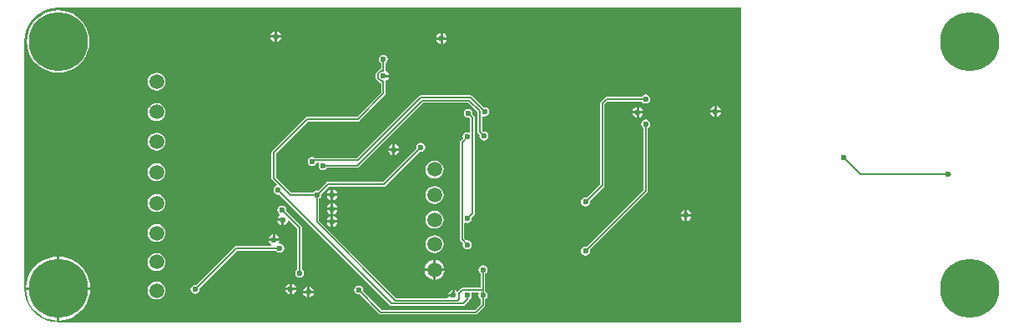
<source format=gbl>
G04*
G04 #@! TF.GenerationSoftware,Altium Limited,Altium Designer,19.0.14 (431)*
G04*
G04 Layer_Physical_Order=2*
G04 Layer_Color=16711680*
%FSLAX25Y25*%
%MOIN*%
G70*
G01*
G75*
%ADD15C,0.00600*%
%ADD52C,0.05906*%
%ADD53C,0.02362*%
%ADD54C,0.23622*%
G36*
X53937Y166214D02*
X326772Y166214D01*
Y40479D01*
X54436Y40479D01*
X53937Y40479D01*
X53448Y40505D01*
X51830Y40632D01*
X49774Y41125D01*
X47821Y41934D01*
X46019Y43039D01*
X44412Y44412D01*
X43039Y46019D01*
X41934Y47821D01*
X41125Y49774D01*
X40632Y51830D01*
X40470Y53891D01*
X40479Y53937D01*
Y152756D01*
X40470Y152802D01*
X40632Y154863D01*
X41125Y156919D01*
X41934Y158872D01*
X43039Y160674D01*
X44412Y162281D01*
X46019Y163654D01*
X47821Y164759D01*
X49774Y165568D01*
X51830Y166061D01*
X53891Y166223D01*
X53937Y166214D01*
D02*
G37*
%LPC*%
G36*
X141445Y156849D02*
Y155224D01*
X143069D01*
X142999Y155575D01*
X142517Y156297D01*
X141796Y156779D01*
X141445Y156849D01*
D02*
G37*
G36*
X140445D02*
X140094Y156779D01*
X139372Y156297D01*
X138890Y155575D01*
X138821Y155224D01*
X140445D01*
Y156849D01*
D02*
G37*
G36*
X207587Y156061D02*
Y154437D01*
X209211D01*
X209141Y154788D01*
X208659Y155509D01*
X207938Y155992D01*
X207587Y156061D01*
D02*
G37*
G36*
X206587D02*
X206236Y155992D01*
X205514Y155509D01*
X205032Y154788D01*
X204962Y154437D01*
X206587D01*
Y156061D01*
D02*
G37*
G36*
X143069Y154224D02*
X141445D01*
Y152600D01*
X141796Y152670D01*
X142517Y153152D01*
X142999Y153873D01*
X143069Y154224D01*
D02*
G37*
G36*
X140445D02*
X138821D01*
X138890Y153873D01*
X139372Y153152D01*
X140094Y152670D01*
X140445Y152600D01*
Y154224D01*
D02*
G37*
G36*
X209211Y153437D02*
X207587D01*
Y151813D01*
X207938Y151883D01*
X208659Y152365D01*
X209141Y153086D01*
X209211Y153437D01*
D02*
G37*
G36*
X206587D02*
X204962D01*
X205032Y153086D01*
X205514Y152365D01*
X206236Y151883D01*
X206587Y151813D01*
Y153437D01*
D02*
G37*
G36*
X53937Y165205D02*
X51990Y165052D01*
X50090Y164596D01*
X48285Y163848D01*
X46619Y162828D01*
X45134Y161559D01*
X43865Y160073D01*
X42845Y158408D01*
X42097Y156603D01*
X41641Y154703D01*
X41488Y152756D01*
X41641Y150808D01*
X42097Y148909D01*
X42845Y147104D01*
X43865Y145438D01*
X45134Y143953D01*
X46619Y142684D01*
X48285Y141663D01*
X50090Y140916D01*
X51990Y140460D01*
X53937Y140306D01*
X55884Y140460D01*
X57784Y140916D01*
X59589Y141663D01*
X61255Y142684D01*
X62740Y143953D01*
X64009Y145438D01*
X65030Y147104D01*
X65777Y148909D01*
X66233Y150808D01*
X66386Y152756D01*
X66233Y154703D01*
X65777Y156603D01*
X65030Y158408D01*
X64009Y160073D01*
X62740Y161559D01*
X61255Y162828D01*
X59589Y163848D01*
X57784Y164596D01*
X55884Y165052D01*
X53937Y165205D01*
D02*
G37*
G36*
X93307Y140241D02*
X92380Y140119D01*
X91515Y139761D01*
X90773Y139191D01*
X90204Y138449D01*
X89846Y137585D01*
X89724Y136658D01*
X89846Y135730D01*
X90204Y134866D01*
X90773Y134124D01*
X91515Y133554D01*
X92380Y133196D01*
X93307Y133074D01*
X94235Y133196D01*
X95099Y133554D01*
X95841Y134124D01*
X96410Y134866D01*
X96768Y135730D01*
X96890Y136658D01*
X96768Y137585D01*
X96410Y138449D01*
X95841Y139191D01*
X95099Y139761D01*
X94235Y140119D01*
X93307Y140241D01*
D02*
G37*
G36*
X288583Y131540D02*
X287888Y131402D01*
X287299Y131009D01*
X287054Y130642D01*
X273031D01*
X272680Y130572D01*
X272383Y130373D01*
X270611Y128602D01*
X270412Y128304D01*
X270342Y127953D01*
Y95656D01*
X264999Y90313D01*
X264567Y90399D01*
X263872Y90260D01*
X263283Y89867D01*
X262889Y89278D01*
X262751Y88583D01*
X262889Y87888D01*
X263283Y87299D01*
X263872Y86905D01*
X264567Y86767D01*
X265262Y86905D01*
X265851Y87299D01*
X266245Y87888D01*
X266383Y88583D01*
X266297Y89015D01*
X271909Y94627D01*
X272108Y94924D01*
X272178Y95276D01*
Y127573D01*
X273412Y128807D01*
X287054D01*
X287299Y128440D01*
X287888Y128047D01*
X288583Y127908D01*
X289278Y128047D01*
X289867Y128440D01*
X290260Y129030D01*
X290399Y129724D01*
X290260Y130419D01*
X289867Y131009D01*
X289278Y131402D01*
X288583Y131540D01*
D02*
G37*
G36*
X317035Y126927D02*
Y125303D01*
X318660D01*
X318590Y125654D01*
X318108Y126376D01*
X317387Y126858D01*
X317035Y126927D01*
D02*
G37*
G36*
X316035D02*
X315684Y126858D01*
X314963Y126376D01*
X314481Y125654D01*
X314411Y125303D01*
X316035D01*
Y126927D01*
D02*
G37*
G36*
X285933Y126534D02*
Y124909D01*
X287557D01*
X287488Y125260D01*
X287006Y125982D01*
X286284Y126464D01*
X285933Y126534D01*
D02*
G37*
G36*
X284933D02*
X284582Y126464D01*
X283861Y125982D01*
X283379Y125260D01*
X283309Y124909D01*
X284933D01*
Y126534D01*
D02*
G37*
G36*
X218657Y131233D02*
X198819D01*
X198468Y131163D01*
X198170Y130964D01*
X173354Y106148D01*
X156587D01*
X156207Y106402D01*
X155512Y106540D01*
X154817Y106402D01*
X154228Y106009D01*
X153834Y105419D01*
X153696Y104724D01*
X153834Y104030D01*
X154228Y103440D01*
X154817Y103047D01*
X155512Y102908D01*
X156207Y103047D01*
X156796Y103440D01*
X157190Y104030D01*
X157246Y104313D01*
X157948D01*
X158157Y103921D01*
X158159Y103813D01*
X158027Y103150D01*
X158165Y102455D01*
X158558Y101865D01*
X159148Y101472D01*
X159843Y101334D01*
X160538Y101472D01*
X161127Y101865D01*
X161372Y102232D01*
X173351D01*
X173702Y102302D01*
X174000Y102501D01*
X199696Y128197D01*
X217780D01*
X221411Y124567D01*
Y116648D01*
X221481Y116297D01*
X221679Y115999D01*
X222286Y115393D01*
X222200Y114961D01*
X222338Y114266D01*
X222732Y113677D01*
X223321Y113283D01*
X224016Y113145D01*
X224711Y113283D01*
X225300Y113677D01*
X225693Y114266D01*
X225832Y114961D01*
X225693Y115656D01*
X225300Y116245D01*
X224711Y116638D01*
X224016Y116777D01*
X223584Y116691D01*
X223246Y117028D01*
Y122668D01*
X223638Y122878D01*
X223746Y122879D01*
X224410Y122747D01*
X225104Y122885D01*
X225694Y123279D01*
X226087Y123868D01*
X226225Y124563D01*
X226087Y125258D01*
X225694Y125847D01*
X225104Y126241D01*
X224410Y126379D01*
X223977Y126293D01*
X219306Y130964D01*
X219009Y131163D01*
X218657Y131233D01*
D02*
G37*
G36*
X318660Y124303D02*
X317035D01*
Y122679D01*
X317387Y122749D01*
X318108Y123231D01*
X318590Y123952D01*
X318660Y124303D01*
D02*
G37*
G36*
X316035D02*
X314411D01*
X314481Y123952D01*
X314963Y123231D01*
X315684Y122749D01*
X316035Y122679D01*
Y124303D01*
D02*
G37*
G36*
X287557Y123909D02*
X285933D01*
Y122285D01*
X286284Y122355D01*
X287006Y122837D01*
X287488Y123558D01*
X287557Y123909D01*
D02*
G37*
G36*
X284933D02*
X283309D01*
X283379Y123558D01*
X283861Y122837D01*
X284582Y122355D01*
X284933Y122285D01*
Y123909D01*
D02*
G37*
G36*
X93307Y128146D02*
X92380Y128024D01*
X91515Y127666D01*
X90773Y127097D01*
X90204Y126355D01*
X89846Y125490D01*
X89724Y124563D01*
X89846Y123635D01*
X90204Y122771D01*
X90773Y122029D01*
X91515Y121460D01*
X92380Y121102D01*
X93307Y120980D01*
X94235Y121102D01*
X95099Y121460D01*
X95841Y122029D01*
X96410Y122771D01*
X96768Y123635D01*
X96890Y124563D01*
X96768Y125490D01*
X96410Y126355D01*
X95841Y127097D01*
X95099Y127666D01*
X94235Y128024D01*
X93307Y128146D01*
D02*
G37*
G36*
X217717Y125832D02*
X217022Y125694D01*
X216432Y125300D01*
X216039Y124711D01*
X215901Y124016D01*
X216039Y123321D01*
X216432Y122732D01*
X217022Y122338D01*
X217717Y122200D01*
X218149Y122286D01*
X218486Y121948D01*
Y116462D01*
X218094Y116252D01*
X217986Y116251D01*
X217323Y116383D01*
X216628Y116245D01*
X216039Y115851D01*
X215645Y115262D01*
X215507Y114567D01*
X215593Y114135D01*
X214593Y113135D01*
X214394Y112837D01*
X214324Y112486D01*
Y73552D01*
X214394Y73200D01*
X214593Y72903D01*
X215593Y71903D01*
X215507Y71470D01*
X215645Y70776D01*
X216039Y70186D01*
X216628Y69793D01*
X217323Y69655D01*
X218018Y69793D01*
X218607Y70186D01*
X219001Y70776D01*
X219139Y71470D01*
X219001Y72165D01*
X218607Y72755D01*
X218018Y73148D01*
X217323Y73286D01*
X216891Y73201D01*
X216159Y73932D01*
Y79995D01*
X216552Y80204D01*
X216659Y80206D01*
X217323Y80074D01*
X218018Y80212D01*
X218607Y80606D01*
X219001Y81195D01*
X219139Y81890D01*
X219053Y82322D01*
X220053Y83322D01*
X220252Y83620D01*
X220322Y83971D01*
Y122328D01*
X220252Y122679D01*
X220053Y122977D01*
X219446Y123583D01*
X219532Y124016D01*
X219394Y124711D01*
X219001Y125300D01*
X218411Y125694D01*
X217717Y125832D01*
D02*
G37*
G36*
X188492Y111573D02*
Y109949D01*
X190117D01*
X190047Y110300D01*
X189565Y111021D01*
X188843Y111503D01*
X188492Y111573D01*
D02*
G37*
G36*
X187492D02*
X187141Y111503D01*
X186420Y111021D01*
X185938Y110300D01*
X185868Y109949D01*
X187492D01*
Y111573D01*
D02*
G37*
G36*
X93307Y116241D02*
X92380Y116119D01*
X91515Y115761D01*
X90773Y115191D01*
X90204Y114449D01*
X89846Y113585D01*
X89724Y112657D01*
X89846Y111730D01*
X90204Y110866D01*
X90773Y110124D01*
X91515Y109554D01*
X92380Y109196D01*
X93307Y109074D01*
X94235Y109196D01*
X95099Y109554D01*
X95841Y110124D01*
X96410Y110866D01*
X96768Y111730D01*
X96890Y112657D01*
X96768Y113585D01*
X96410Y114449D01*
X95841Y115191D01*
X95099Y115761D01*
X94235Y116119D01*
X93307Y116241D01*
D02*
G37*
G36*
X183858Y147485D02*
X183163Y147347D01*
X182574Y146953D01*
X182181Y146364D01*
X182042Y145669D01*
X182181Y144974D01*
X182574Y144385D01*
X182941Y144140D01*
Y141964D01*
X182645Y141905D01*
X182347Y141706D01*
X181128Y140487D01*
X180929Y140190D01*
X180859Y139838D01*
Y138114D01*
X180929Y137763D01*
X181128Y137466D01*
X182347Y136246D01*
X182645Y136047D01*
X182941Y135989D01*
Y132270D01*
X173242Y122571D01*
X153454D01*
X153103Y122501D01*
X152805Y122302D01*
X139445Y108942D01*
X139246Y108645D01*
X139176Y108294D01*
Y98095D01*
X139246Y97744D01*
X139445Y97446D01*
X141337Y95554D01*
X141172Y95012D01*
X141037Y94985D01*
X140448Y94591D01*
X140055Y94002D01*
X139916Y93307D01*
X140055Y92612D01*
X140448Y92023D01*
X141037Y91629D01*
X141732Y91491D01*
X142165Y91577D01*
X186490Y47251D01*
X186788Y47052D01*
X187139Y46982D01*
X215616D01*
X215968Y47052D01*
X216265Y47251D01*
X217972Y48957D01*
X218171Y49255D01*
X218240Y49606D01*
Y49652D01*
X218607Y49897D01*
X219001Y50486D01*
X219139Y51181D01*
X219007Y51845D01*
X219008Y51952D01*
X219218Y52345D01*
X221727D01*
X221937Y51952D01*
X221938Y51845D01*
X221806Y51181D01*
X221944Y50486D01*
X222338Y49897D01*
X222704Y49652D01*
Y47730D01*
X220380Y45406D01*
X183254D01*
X175746Y52914D01*
X175832Y53347D01*
X175694Y54041D01*
X175300Y54631D01*
X174711Y55024D01*
X174016Y55162D01*
X173321Y55024D01*
X172732Y54631D01*
X172338Y54041D01*
X172200Y53347D01*
X172338Y52652D01*
X172732Y52062D01*
X173321Y51669D01*
X174016Y51530D01*
X174448Y51616D01*
X182225Y43839D01*
X182523Y43640D01*
X182874Y43571D01*
X220760D01*
X221111Y43640D01*
X221409Y43839D01*
X224271Y46701D01*
X224470Y46999D01*
X224540Y47350D01*
Y49652D01*
X224906Y49897D01*
X225300Y50486D01*
X225438Y51181D01*
X225300Y51876D01*
X224906Y52465D01*
X224540Y52710D01*
Y59888D01*
X224906Y60133D01*
X225300Y60722D01*
X225438Y61417D01*
X225300Y62112D01*
X224906Y62701D01*
X224317Y63095D01*
X223622Y63233D01*
X222927Y63095D01*
X222338Y62701D01*
X221944Y62112D01*
X221806Y61417D01*
X221944Y60722D01*
X222338Y60133D01*
X222704Y59888D01*
Y54180D01*
X215309D01*
X214957Y54110D01*
X214660Y53911D01*
X213788Y53039D01*
X213384Y52754D01*
X212662Y53236D01*
X212311Y53306D01*
Y51181D01*
X211811D01*
Y50681D01*
X209687D01*
X209719Y50518D01*
X209410Y50018D01*
X189075D01*
X158201Y80892D01*
Y89859D01*
X158568Y90104D01*
X158961Y90693D01*
X159099Y91388D01*
X159013Y91820D01*
X161945Y94752D01*
X184055D01*
X184406Y94822D01*
X184704Y95020D01*
X198387Y108703D01*
X198819Y108617D01*
X199514Y108755D01*
X200103Y109149D01*
X200497Y109738D01*
X200635Y110433D01*
X200497Y111128D01*
X200103Y111717D01*
X199514Y112111D01*
X198819Y112249D01*
X198124Y112111D01*
X197535Y111717D01*
X197141Y111128D01*
X197003Y110433D01*
X197089Y110001D01*
X183675Y96587D01*
X161565D01*
X161214Y96517D01*
X160916Y96318D01*
X157716Y93118D01*
X157283Y93204D01*
X156588Y93066D01*
X155999Y92672D01*
X155754Y92305D01*
X147181D01*
X141012Y98475D01*
Y107913D01*
X153834Y120736D01*
X173622D01*
X173973Y120806D01*
X174271Y121005D01*
X184507Y131241D01*
X184706Y131539D01*
X184776Y131890D01*
Y136895D01*
X184763Y136958D01*
X185431Y137404D01*
X185913Y138125D01*
X185983Y138476D01*
X183858D01*
Y139476D01*
X185983D01*
X185913Y139827D01*
X185431Y140549D01*
X184763Y140995D01*
X184776Y141058D01*
Y144140D01*
X185142Y144385D01*
X185536Y144974D01*
X185674Y145669D01*
X185536Y146364D01*
X185142Y146953D01*
X184553Y147347D01*
X183858Y147485D01*
D02*
G37*
G36*
X190117Y108949D02*
X188492D01*
Y107324D01*
X188843Y107394D01*
X189565Y107876D01*
X190047Y108598D01*
X190117Y108949D01*
D02*
G37*
G36*
X187492D02*
X185868D01*
X185938Y108598D01*
X186420Y107876D01*
X187141Y107394D01*
X187492Y107324D01*
Y108949D01*
D02*
G37*
G36*
X204331Y105158D02*
X203403Y105036D01*
X202539Y104678D01*
X201797Y104109D01*
X201227Y103366D01*
X200869Y102502D01*
X200747Y101575D01*
X200869Y100647D01*
X201227Y99783D01*
X201797Y99041D01*
X202539Y98471D01*
X203403Y98114D01*
X204331Y97991D01*
X205258Y98114D01*
X206122Y98471D01*
X206865Y99041D01*
X207434Y99783D01*
X207792Y100647D01*
X207914Y101575D01*
X207792Y102502D01*
X207434Y103366D01*
X206865Y104109D01*
X206122Y104678D01*
X205258Y105036D01*
X204331Y105158D01*
D02*
G37*
G36*
X93307Y104020D02*
X92380Y103898D01*
X91515Y103540D01*
X90773Y102971D01*
X90204Y102229D01*
X89846Y101365D01*
X89724Y100437D01*
X89846Y99510D01*
X90204Y98645D01*
X90773Y97903D01*
X91515Y97334D01*
X92380Y96976D01*
X93307Y96854D01*
X94235Y96976D01*
X95099Y97334D01*
X95841Y97903D01*
X96410Y98645D01*
X96768Y99510D01*
X96890Y100437D01*
X96768Y101365D01*
X96410Y102229D01*
X95841Y102971D01*
X95099Y103540D01*
X94235Y103898D01*
X93307Y104020D01*
D02*
G37*
G36*
X163886Y93463D02*
Y91839D01*
X165510D01*
X165440Y92190D01*
X164958Y92911D01*
X164237Y93393D01*
X163886Y93463D01*
D02*
G37*
G36*
X162886D02*
X162535Y93393D01*
X161813Y92911D01*
X161331Y92190D01*
X161261Y91839D01*
X162886D01*
Y93463D01*
D02*
G37*
G36*
X165510Y90839D02*
X163886D01*
Y89214D01*
X164237Y89284D01*
X164958Y89766D01*
X165440Y90488D01*
X165510Y90839D01*
D02*
G37*
G36*
X162886D02*
X161261D01*
X161331Y90488D01*
X161813Y89766D01*
X162535Y89284D01*
X162886Y89214D01*
Y90839D01*
D02*
G37*
G36*
X204331Y94922D02*
X203403Y94800D01*
X202539Y94442D01*
X201797Y93872D01*
X201227Y93130D01*
X200869Y92266D01*
X200747Y91339D01*
X200869Y90411D01*
X201227Y89547D01*
X201797Y88805D01*
X202539Y88235D01*
X203403Y87877D01*
X204331Y87755D01*
X205258Y87877D01*
X206122Y88235D01*
X206865Y88805D01*
X207434Y89547D01*
X207792Y90411D01*
X207914Y91339D01*
X207792Y92266D01*
X207434Y93130D01*
X206865Y93872D01*
X206122Y94442D01*
X205258Y94800D01*
X204331Y94922D01*
D02*
G37*
G36*
X163886Y87951D02*
Y86327D01*
X165510D01*
X165440Y86678D01*
X164958Y87399D01*
X164237Y87881D01*
X163886Y87951D01*
D02*
G37*
G36*
X162886D02*
X162535Y87881D01*
X161813Y87399D01*
X161331Y86678D01*
X161261Y86327D01*
X162886D01*
Y87951D01*
D02*
G37*
G36*
X93307Y91741D02*
X92380Y91619D01*
X91515Y91261D01*
X90773Y90691D01*
X90204Y89949D01*
X89846Y89085D01*
X89724Y88157D01*
X89846Y87230D01*
X90204Y86366D01*
X90773Y85624D01*
X91515Y85054D01*
X92380Y84696D01*
X93307Y84574D01*
X94235Y84696D01*
X95099Y85054D01*
X95841Y85624D01*
X96410Y86366D01*
X96768Y87230D01*
X96890Y88157D01*
X96768Y89085D01*
X96410Y89949D01*
X95841Y90691D01*
X95099Y91261D01*
X94235Y91619D01*
X93307Y91741D01*
D02*
G37*
G36*
X305224Y85343D02*
Y83719D01*
X306849D01*
X306779Y84070D01*
X306297Y84791D01*
X305575Y85273D01*
X305224Y85343D01*
D02*
G37*
G36*
X304224D02*
X303873Y85273D01*
X303152Y84791D01*
X302670Y84070D01*
X302600Y83719D01*
X304224D01*
Y85343D01*
D02*
G37*
G36*
X165510Y85327D02*
X163886D01*
Y83702D01*
X164237Y83772D01*
X164958Y84254D01*
X165440Y84976D01*
X165510Y85327D01*
D02*
G37*
G36*
X162886D02*
X161261D01*
X161331Y84976D01*
X161813Y84254D01*
X162535Y83772D01*
X162886Y83702D01*
Y85327D01*
D02*
G37*
G36*
X163886Y82833D02*
Y81209D01*
X165510D01*
X165440Y81560D01*
X164958Y82281D01*
X164237Y82763D01*
X163886Y82833D01*
D02*
G37*
G36*
X162886D02*
X162535Y82763D01*
X161813Y82281D01*
X161331Y81560D01*
X161261Y81209D01*
X162886D01*
Y82833D01*
D02*
G37*
G36*
X306849Y82718D02*
X305224D01*
Y81094D01*
X305575Y81164D01*
X306297Y81646D01*
X306779Y82367D01*
X306849Y82718D01*
D02*
G37*
G36*
X304224D02*
X302600D01*
X302670Y82367D01*
X303152Y81646D01*
X303873Y81164D01*
X304224Y81094D01*
Y82718D01*
D02*
G37*
G36*
X143126Y80862D02*
X141501D01*
X141571Y80511D01*
X142053Y79790D01*
X142775Y79308D01*
X143126Y79238D01*
Y80862D01*
D02*
G37*
G36*
X165510Y80209D02*
X163886D01*
Y78584D01*
X164237Y78654D01*
X164958Y79136D01*
X165440Y79858D01*
X165510Y80209D01*
D02*
G37*
G36*
X162886D02*
X161261D01*
X161331Y79858D01*
X161813Y79136D01*
X162535Y78654D01*
X162886Y78584D01*
Y80209D01*
D02*
G37*
G36*
X204331Y85079D02*
X203403Y84957D01*
X202539Y84599D01*
X201797Y84030D01*
X201227Y83288D01*
X200869Y82424D01*
X200747Y81496D01*
X200869Y80569D01*
X201227Y79704D01*
X201797Y78962D01*
X202539Y78393D01*
X203403Y78035D01*
X204331Y77913D01*
X205258Y78035D01*
X206122Y78393D01*
X206865Y78962D01*
X207434Y79704D01*
X207792Y80569D01*
X207914Y81496D01*
X207792Y82424D01*
X207434Y83288D01*
X206865Y84030D01*
X206122Y84599D01*
X205258Y84957D01*
X204331Y85079D01*
D02*
G37*
G36*
X140657Y75613D02*
Y73988D01*
X142282D01*
X142212Y74339D01*
X141730Y75061D01*
X141008Y75543D01*
X140657Y75613D01*
D02*
G37*
G36*
X139657D02*
X139306Y75543D01*
X138585Y75061D01*
X138103Y74339D01*
X138033Y73988D01*
X139657D01*
Y75613D01*
D02*
G37*
G36*
X93307Y79741D02*
X92380Y79619D01*
X91515Y79261D01*
X90773Y78691D01*
X90204Y77949D01*
X89846Y77085D01*
X89724Y76157D01*
X89846Y75230D01*
X90204Y74366D01*
X90773Y73624D01*
X91515Y73054D01*
X92380Y72696D01*
X93307Y72574D01*
X94235Y72696D01*
X95099Y73054D01*
X95841Y73624D01*
X96410Y74366D01*
X96768Y75230D01*
X96890Y76157D01*
X96768Y77085D01*
X96410Y77949D01*
X95841Y78691D01*
X95099Y79261D01*
X94235Y79619D01*
X93307Y79741D01*
D02*
G37*
G36*
X288583Y121501D02*
X287888Y121363D01*
X287299Y120969D01*
X286905Y120380D01*
X286767Y119685D01*
X286905Y118990D01*
X287299Y118401D01*
X287665Y118156D01*
Y93293D01*
X264999Y70628D01*
X264567Y70714D01*
X263872Y70575D01*
X263283Y70182D01*
X262889Y69593D01*
X262751Y68898D01*
X262889Y68203D01*
X263283Y67614D01*
X263872Y67220D01*
X264567Y67082D01*
X265262Y67220D01*
X265851Y67614D01*
X266245Y68203D01*
X266383Y68898D01*
X266297Y69330D01*
X289231Y92264D01*
X289430Y92562D01*
X289500Y92913D01*
Y118156D01*
X289867Y118401D01*
X290260Y118990D01*
X290399Y119685D01*
X290260Y120380D01*
X289867Y120969D01*
X289278Y121363D01*
X288583Y121501D01*
D02*
G37*
G36*
X142282Y72988D02*
X138033D01*
X138103Y72637D01*
X138585Y71916D01*
X139213Y71496D01*
X139141Y71026D01*
X139129Y70996D01*
X125197D01*
X124846Y70926D01*
X124548Y70728D01*
X109094Y55273D01*
X108661Y55359D01*
X107966Y55221D01*
X107377Y54827D01*
X106984Y54238D01*
X106845Y53543D01*
X106984Y52848D01*
X107377Y52259D01*
X107966Y51866D01*
X108661Y51727D01*
X109356Y51866D01*
X109945Y52259D01*
X110339Y52848D01*
X110477Y53543D01*
X110391Y53976D01*
X125577Y69161D01*
X140991D01*
X141236Y68795D01*
X141825Y68401D01*
X142520Y68263D01*
X143215Y68401D01*
X143804Y68795D01*
X144197Y69384D01*
X144336Y70079D01*
X144197Y70774D01*
X143804Y71363D01*
X143215Y71757D01*
X142520Y71895D01*
X142286Y71848D01*
X141986Y72298D01*
X142212Y72637D01*
X142282Y72988D01*
D02*
G37*
G36*
X204331Y75237D02*
X203403Y75115D01*
X202539Y74757D01*
X201797Y74187D01*
X201227Y73445D01*
X200869Y72581D01*
X200747Y71653D01*
X200869Y70726D01*
X201227Y69862D01*
X201797Y69120D01*
X202539Y68550D01*
X203403Y68192D01*
X204331Y68070D01*
X205258Y68192D01*
X206122Y68550D01*
X206865Y69120D01*
X207434Y69862D01*
X207792Y70726D01*
X207914Y71653D01*
X207792Y72581D01*
X207434Y73445D01*
X206865Y74187D01*
X206122Y74757D01*
X205258Y75115D01*
X204331Y75237D01*
D02*
G37*
G36*
X204831Y65338D02*
Y61917D01*
X208252D01*
X208182Y62449D01*
X207783Y63411D01*
X207150Y64236D01*
X206324Y64870D01*
X205363Y65268D01*
X204831Y65338D01*
D02*
G37*
G36*
X203831D02*
X203299Y65268D01*
X202337Y64870D01*
X201512Y64236D01*
X200878Y63411D01*
X200480Y62449D01*
X200410Y61917D01*
X203831D01*
Y65338D01*
D02*
G37*
G36*
X93307Y68150D02*
X92380Y68028D01*
X91515Y67670D01*
X90773Y67101D01*
X90204Y66359D01*
X89846Y65494D01*
X89724Y64567D01*
X89846Y63639D01*
X90204Y62775D01*
X90773Y62033D01*
X91515Y61464D01*
X92380Y61106D01*
X93307Y60984D01*
X94235Y61106D01*
X95099Y61464D01*
X95841Y62033D01*
X96410Y62775D01*
X96768Y63639D01*
X96890Y64567D01*
X96768Y65494D01*
X96410Y66359D01*
X95841Y67101D01*
X95099Y67670D01*
X94235Y68028D01*
X93307Y68150D01*
D02*
G37*
G36*
X143307Y87115D02*
X142612Y86977D01*
X142023Y86583D01*
X141629Y85994D01*
X141491Y85299D01*
X141629Y84604D01*
X142023Y84015D01*
X142396Y83766D01*
X142430Y83187D01*
X142053Y82935D01*
X141571Y82213D01*
X141501Y81862D01*
X143626D01*
Y81362D01*
X144126D01*
Y79238D01*
X144477Y79308D01*
X145198Y79790D01*
X145680Y80511D01*
X145748Y80853D01*
X146291Y81018D01*
X149476Y77833D01*
Y61568D01*
X149110Y61323D01*
X148716Y60734D01*
X148578Y60039D01*
X148716Y59344D01*
X149110Y58755D01*
X149699Y58362D01*
X150394Y58223D01*
X151089Y58362D01*
X151678Y58755D01*
X152071Y59344D01*
X152210Y60039D01*
X152071Y60734D01*
X151678Y61323D01*
X151311Y61568D01*
Y78213D01*
X151242Y78564D01*
X151043Y78861D01*
X145037Y84867D01*
X145123Y85299D01*
X144985Y85994D01*
X144591Y86583D01*
X144002Y86977D01*
X143307Y87115D01*
D02*
G37*
G36*
X208252Y60917D02*
X204831D01*
Y57496D01*
X205363Y57566D01*
X206324Y57965D01*
X207150Y58598D01*
X207783Y59424D01*
X208182Y60385D01*
X208252Y60917D01*
D02*
G37*
G36*
X203831D02*
X200410D01*
X200480Y60385D01*
X200878Y59424D01*
X201512Y58598D01*
X202337Y57965D01*
X203299Y57566D01*
X203831Y57496D01*
Y60917D01*
D02*
G37*
G36*
X54437Y66748D02*
Y54437D01*
X66748D01*
X66629Y55947D01*
X66159Y57908D01*
X65387Y59771D01*
X64333Y61490D01*
X63024Y63024D01*
X61490Y64333D01*
X59771Y65387D01*
X57908Y66159D01*
X55947Y66629D01*
X54437Y66748D01*
D02*
G37*
G36*
X53437D02*
X51927Y66629D01*
X49966Y66159D01*
X48103Y65387D01*
X46384Y64333D01*
X44850Y63024D01*
X43541Y61490D01*
X42487Y59771D01*
X41715Y57908D01*
X41245Y55947D01*
X41126Y54437D01*
X53437D01*
Y66748D01*
D02*
G37*
G36*
X147350Y55865D02*
Y54240D01*
X148975D01*
X148905Y54591D01*
X148423Y55313D01*
X147701Y55795D01*
X147350Y55865D01*
D02*
G37*
G36*
X146350D02*
X145999Y55795D01*
X145278Y55313D01*
X144796Y54591D01*
X144726Y54240D01*
X146350D01*
Y55865D01*
D02*
G37*
G36*
X154437Y54683D02*
Y53059D01*
X156061D01*
X155992Y53410D01*
X155509Y54132D01*
X154788Y54614D01*
X154437Y54683D01*
D02*
G37*
G36*
X153437D02*
X153086Y54614D01*
X152365Y54132D01*
X151883Y53410D01*
X151813Y53059D01*
X153437D01*
Y54683D01*
D02*
G37*
G36*
X211311Y53306D02*
X210960Y53236D01*
X210239Y52754D01*
X209756Y52032D01*
X209687Y51681D01*
X211311D01*
Y53306D01*
D02*
G37*
G36*
X148975Y53240D02*
X147350D01*
Y51616D01*
X147701Y51686D01*
X148423Y52168D01*
X148905Y52889D01*
X148975Y53240D01*
D02*
G37*
G36*
X146350D02*
X144726D01*
X144796Y52889D01*
X145278Y52168D01*
X145999Y51686D01*
X146350Y51616D01*
Y53240D01*
D02*
G37*
G36*
X156061Y52059D02*
X154437D01*
Y50435D01*
X154788Y50504D01*
X155509Y50987D01*
X155992Y51708D01*
X156061Y52059D01*
D02*
G37*
G36*
X153437D02*
X151813D01*
X151883Y51708D01*
X152365Y50987D01*
X153086Y50504D01*
X153437Y50435D01*
Y52059D01*
D02*
G37*
G36*
X93307Y56694D02*
X92380Y56572D01*
X91515Y56214D01*
X90773Y55644D01*
X90204Y54902D01*
X89846Y54038D01*
X89724Y53110D01*
X89846Y52183D01*
X90204Y51319D01*
X90773Y50576D01*
X91515Y50007D01*
X92380Y49649D01*
X93307Y49527D01*
X94235Y49649D01*
X95099Y50007D01*
X95841Y50576D01*
X96410Y51319D01*
X96768Y52183D01*
X96890Y53110D01*
X96768Y54038D01*
X96410Y54902D01*
X95841Y55644D01*
X95099Y56214D01*
X94235Y56572D01*
X93307Y56694D01*
D02*
G37*
G36*
X66748Y53437D02*
X54437D01*
Y41126D01*
X55947Y41245D01*
X57908Y41715D01*
X59771Y42487D01*
X61490Y43541D01*
X63024Y44850D01*
X64333Y46384D01*
X65387Y48103D01*
X66159Y49966D01*
X66629Y51927D01*
X66748Y53437D01*
D02*
G37*
G36*
X53437D02*
X41126D01*
X41245Y51927D01*
X41715Y49966D01*
X42487Y48103D01*
X43541Y46384D01*
X44850Y44850D01*
X46384Y43541D01*
X48103Y42487D01*
X49966Y41715D01*
X51927Y41245D01*
X53437Y41126D01*
Y53437D01*
D02*
G37*
%LPD*%
D15*
X184055Y95669D02*
X198819Y110433D01*
X161565Y95669D02*
X184055D01*
X157283Y91388D02*
X161565Y95669D01*
X183858Y131890D02*
Y136895D01*
X173622Y121653D02*
X183858Y131890D01*
X153454Y121653D02*
X173622D01*
X156018Y105231D02*
X173735D01*
X155512Y104724D02*
X156018Y105231D01*
X222328Y116648D02*
X224016Y114961D01*
X222328Y116648D02*
Y124947D01*
X218160Y129115D02*
X222328Y124947D01*
X199316Y129115D02*
X218160D01*
X173351Y103150D02*
X199316Y129115D01*
X159843Y103150D02*
X173351D01*
X173735Y105231D02*
X198819Y130315D01*
X218657D01*
X224410Y124563D01*
X183858Y141058D02*
Y145669D01*
X182996Y141058D02*
X183858D01*
X181777Y139838D02*
X182996Y141058D01*
X181777Y138114D02*
Y139838D01*
Y138114D02*
X182996Y136895D01*
X183858D01*
X140094Y108294D02*
X153454Y121653D01*
X219404Y83971D02*
Y122328D01*
X217717Y124016D02*
X219404Y122328D01*
X217323Y81890D02*
X219404Y83971D01*
X215242Y112486D02*
X217323Y114567D01*
X215242Y73552D02*
X217323Y71470D01*
X215242Y73552D02*
Y112486D01*
X217323Y49606D02*
Y51181D01*
X215616Y47900D02*
X217323Y49606D01*
X187139Y47900D02*
X215616D01*
X215309Y53262D02*
X223622D01*
X214173Y52127D02*
X215309Y53262D01*
X214173Y49729D02*
Y52127D01*
X213545Y49100D02*
X214173Y49729D01*
X223622Y51181D02*
Y53262D01*
Y47350D02*
Y51181D01*
X141732Y93307D02*
X187139Y47900D01*
X188695Y49100D02*
X213545D01*
X157283Y80512D02*
X188695Y49100D01*
X223622Y53262D02*
Y61417D01*
X157283Y80512D02*
Y91388D01*
X140094Y98095D02*
Y108294D01*
Y98095D02*
X146801Y91388D01*
X157283D01*
X220760Y44488D02*
X223622Y47350D01*
X182874Y44488D02*
X220760D01*
X174016Y53347D02*
X182874Y44488D01*
X374410Y99606D02*
X410235D01*
X367717Y106299D02*
X374410Y99606D01*
X288583Y92913D02*
Y119685D01*
X264567Y68898D02*
X288583Y92913D01*
X273031Y129724D02*
X288583D01*
X271260Y127953D02*
X273031Y129724D01*
X271260Y95276D02*
Y127953D01*
X264567Y88583D02*
X271260Y95276D01*
X150394Y60039D02*
Y78213D01*
X143307Y85299D02*
X150394Y78213D01*
X125197Y70079D02*
X142520D01*
X108661Y53543D02*
X125197Y70079D01*
D52*
X93307Y112657D02*
D03*
Y64567D02*
D03*
Y88157D02*
D03*
Y76157D02*
D03*
Y53110D02*
D03*
Y136658D02*
D03*
Y100437D02*
D03*
Y124563D02*
D03*
X204331Y101575D02*
D03*
X204331Y61417D02*
D03*
Y71653D02*
D03*
Y81496D02*
D03*
Y91339D02*
D03*
D53*
X224016Y114961D02*
D03*
X159843Y103150D02*
D03*
X224410Y124563D02*
D03*
X155512Y104724D02*
D03*
X198819Y110433D02*
D03*
X183858Y145669D02*
D03*
X217323Y81890D02*
D03*
Y114567D02*
D03*
X217717Y124016D02*
D03*
X217323Y71470D02*
D03*
X211811Y51181D02*
D03*
X187992Y109449D02*
D03*
X157283Y91388D02*
D03*
X174016Y53347D02*
D03*
X153937Y52559D02*
D03*
X146850Y53740D02*
D03*
X140157Y73488D02*
D03*
X143626Y81362D02*
D03*
X163386Y80709D02*
D03*
Y91339D02*
D03*
Y85827D02*
D03*
X207087Y153937D02*
D03*
X183858Y138976D02*
D03*
X140945Y154724D02*
D03*
X409448Y99606D02*
D03*
X367717Y106299D02*
D03*
X316535Y124803D02*
D03*
X285433Y124409D02*
D03*
X288583Y119685D02*
D03*
X264567Y68898D02*
D03*
X288583Y129724D02*
D03*
X264567Y88583D02*
D03*
X304724Y83218D02*
D03*
X223622Y61417D02*
D03*
Y51181D02*
D03*
X150394Y60039D02*
D03*
X143307Y85299D02*
D03*
X217323Y51181D02*
D03*
X141732Y93307D02*
D03*
X142520Y70079D02*
D03*
X108661Y53543D02*
D03*
D54*
X418110Y152756D02*
D03*
Y53937D02*
D03*
X53937Y152756D02*
D03*
Y53937D02*
D03*
M02*

</source>
